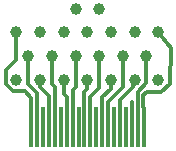
<source format=gbr>
G04 #@! TF.FileFunction,Copper,L1,Top,Signal*
%FSLAX46Y46*%
G04 Gerber Fmt 4.6, Leading zero omitted, Abs format (unit mm)*
G04 Created by KiCad (PCBNEW 4.0.7) date 07/03/18 10:56:41*
%MOMM*%
%LPD*%
G01*
G04 APERTURE LIST*
%ADD10C,0.100000*%
%ADD11C,1.000000*%
%ADD12R,0.300000X3.500000*%
%ADD13C,0.250000*%
%ADD14C,0.300000*%
%ADD15C,0.250000*%
G04 APERTURE END LIST*
D10*
D11*
X154250000Y-96700000D03*
X152250000Y-96700000D03*
X159250000Y-102700000D03*
X157250000Y-102700000D03*
X155250000Y-102700000D03*
X153250000Y-102700000D03*
X151250000Y-102700000D03*
X149250000Y-102700000D03*
X147250000Y-102700000D03*
X147250000Y-98700000D03*
X148250000Y-100700000D03*
X150250000Y-100700000D03*
X152250000Y-100700000D03*
X154250000Y-100700000D03*
X156250000Y-100700000D03*
X158250000Y-100700000D03*
X149250000Y-98700000D03*
X151250000Y-98700000D03*
X153250000Y-98700000D03*
X155250000Y-98700000D03*
X157250000Y-98700000D03*
X159250000Y-98700000D03*
D12*
X148503640Y-106677400D03*
X149003640Y-106677400D03*
X149503640Y-106677400D03*
X150003640Y-106677400D03*
X150503640Y-106677400D03*
X151003640Y-106677400D03*
X151503640Y-106677400D03*
X152003640Y-106677400D03*
X152503640Y-106677400D03*
X153003640Y-106677400D03*
X153503640Y-106677400D03*
X154003640Y-106677400D03*
X154503640Y-106677400D03*
X155003640Y-106677400D03*
X155503640Y-106677400D03*
X156003640Y-106677400D03*
X156503640Y-106677400D03*
X157003640Y-106677400D03*
X157503640Y-106677400D03*
X158003640Y-106677400D03*
D13*
X149001100Y-104663240D03*
X149504400Y-107868720D03*
X150501100Y-104691220D03*
X151003000Y-107868720D03*
X152001100Y-103692960D03*
X152506680Y-107868720D03*
X153501100Y-104148900D03*
X154005280Y-107868720D03*
X155001100Y-104598900D03*
X155503880Y-107868720D03*
X156001720Y-104447340D03*
X156504640Y-107868720D03*
X157003240Y-104611680D03*
X157505400Y-107868720D03*
X157991102Y-104780080D03*
D14*
X147250000Y-98700000D02*
X147250000Y-100999440D01*
X148503640Y-104259542D02*
X148503640Y-106677400D01*
X147937058Y-103692960D02*
X148503640Y-104259542D01*
X146959320Y-103692960D02*
X147937058Y-103692960D01*
X146359880Y-103093520D02*
X146959320Y-103692960D01*
X146359880Y-101889560D02*
X146359880Y-103093520D01*
X147250000Y-100999440D02*
X146359880Y-101889560D01*
X147250000Y-98900000D02*
X147250000Y-98700000D01*
X149001100Y-105003600D02*
X149001100Y-104663240D01*
X149001100Y-104663240D02*
X149001100Y-104658160D01*
X148250000Y-103100000D02*
X148250000Y-100700000D01*
X149001100Y-103851100D02*
X148250000Y-103100000D01*
X149001100Y-104658160D02*
X149001100Y-103851100D01*
X149504400Y-107868720D02*
X149504800Y-107868720D01*
X149250000Y-102700000D02*
X149250000Y-103350000D01*
X150011098Y-104111098D02*
X150011098Y-105003600D01*
X149250000Y-103350000D02*
X150011098Y-104111098D01*
X150011098Y-105003600D02*
X150001100Y-105003600D01*
X150501100Y-104691220D02*
X150501100Y-106674860D01*
X150501100Y-106674860D02*
X150503640Y-106677400D01*
X150250000Y-100700000D02*
X150250000Y-103097440D01*
X150250000Y-103097440D02*
X150501100Y-103348540D01*
X150501100Y-103348540D02*
X150501100Y-104691220D01*
X151003000Y-107868720D02*
X151003400Y-107868720D01*
X151250000Y-102700000D02*
X151250000Y-103900000D01*
X151501100Y-104151100D02*
X151501100Y-105003600D01*
X151250000Y-103900000D02*
X151501100Y-104151100D01*
X152250000Y-100700000D02*
X152250000Y-103350000D01*
X152250000Y-103350000D02*
X152001100Y-103598900D01*
X152001100Y-103598900D02*
X152001100Y-103692960D01*
X152001100Y-103692960D02*
X152001100Y-104668320D01*
X152001100Y-104668320D02*
X152001100Y-105003600D01*
X152502880Y-107872520D02*
X152500882Y-107872520D01*
X153250000Y-102700000D02*
X153250000Y-103450000D01*
X153001100Y-103698900D02*
X153001100Y-105003600D01*
X153250000Y-103450000D02*
X153001100Y-103698900D01*
X153501100Y-104150160D02*
X153501100Y-104148900D01*
X154250000Y-100700000D02*
X154250000Y-103400000D01*
X153501100Y-104150160D02*
X153501100Y-104637840D01*
X153501100Y-104637840D02*
X153501100Y-105003600D01*
X154250000Y-103400000D02*
X153501100Y-104148900D01*
D15*
X154005280Y-107868720D02*
X154005680Y-107868720D01*
D14*
X155250000Y-102700000D02*
X155250000Y-103450000D01*
X154500000Y-104200000D02*
X154500000Y-105002500D01*
X155250000Y-103450000D02*
X154500000Y-104200000D01*
X154500000Y-105002500D02*
X154501100Y-105003600D01*
X155001100Y-104648000D02*
X155001100Y-104598900D01*
X156250000Y-100700000D02*
X156250000Y-103350000D01*
X155001100Y-104648000D02*
X155001100Y-105003600D01*
X156250000Y-103350000D02*
X155001100Y-104598900D01*
X155503880Y-107868720D02*
X155504280Y-107868720D01*
X156001100Y-105003600D02*
X156001720Y-104447340D01*
X156001720Y-104447340D02*
X156001100Y-104451100D01*
X157150000Y-103300000D02*
X157150000Y-102800000D01*
X156000000Y-104450000D02*
X157150000Y-103300000D01*
X156001100Y-104451100D02*
X156000000Y-104450000D01*
X157150000Y-102800000D02*
X157250000Y-102700000D01*
X156504640Y-107868720D02*
X156505040Y-107868720D01*
X157003640Y-104612080D02*
X157003640Y-106677400D01*
X157003240Y-104611680D02*
X157003640Y-104612080D01*
X158250000Y-100700000D02*
X158250000Y-103000000D01*
X157501100Y-103748900D02*
X157501100Y-105003600D01*
X158250000Y-103000000D02*
X157501100Y-103748900D01*
X158001100Y-104780080D02*
X157991102Y-104780080D01*
X158001100Y-103998900D02*
X158001100Y-104780080D01*
X158001100Y-104780080D02*
X158001100Y-105003600D01*
X159250000Y-98700000D02*
X160300000Y-100050000D01*
X160300000Y-100050000D02*
X160250000Y-103050000D01*
X160250000Y-103050000D02*
X159500000Y-103700000D01*
X159500000Y-103700000D02*
X158300000Y-103700000D01*
X158300000Y-103700000D02*
X158001100Y-103998900D01*
X159250000Y-98700000D02*
X159250000Y-98700000D01*
M02*

</source>
